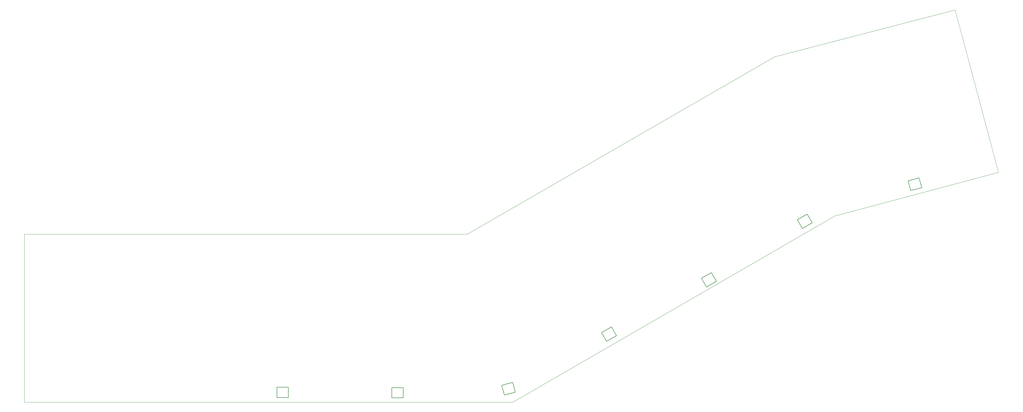
<source format=gbr>
G04 #@! TF.GenerationSoftware,KiCad,Pcbnew,(5.1.5)-3*
G04 #@! TF.CreationDate,2020-03-28T17:37:08+01:00*
G04 #@! TF.ProjectId,kopesh,6b6f7065-7368-42e6-9b69-6361645f7063,rev?*
G04 #@! TF.SameCoordinates,Original*
G04 #@! TF.FileFunction,Profile,NP*
%FSLAX46Y46*%
G04 Gerber Fmt 4.6, Leading zero omitted, Abs format (unit mm)*
G04 Created by KiCad (PCBNEW (5.1.5)-3) date 2020-03-28 17:37:08*
%MOMM*%
%LPD*%
G04 APERTURE LIST*
%ADD10C,0.050000*%
%ADD11C,0.150000*%
G04 APERTURE END LIST*
D10*
X375136651Y-106420121D02*
X360606650Y-52170125D01*
X320476648Y-121060124D02*
X375136651Y-106420121D01*
X212926648Y-183250129D02*
X320476648Y-121060124D01*
X49936648Y-183250121D02*
X212926648Y-183250129D01*
X49926648Y-127100116D02*
X49936648Y-183250121D01*
X197736650Y-127090122D02*
X49926648Y-127100116D01*
X300336652Y-67850125D02*
X197736650Y-127090122D01*
X360606650Y-52170125D02*
X300336652Y-67850125D01*
D11*
X138016660Y-181690112D02*
X138016660Y-178290112D01*
X134216660Y-178290112D02*
X138016660Y-178290112D01*
X134216660Y-181690112D02*
X134216660Y-178290112D01*
X134216660Y-181690112D02*
X138016660Y-181690112D01*
X280930800Y-142903522D02*
X279230800Y-139959036D01*
X275939904Y-141859036D02*
X279230800Y-139959036D01*
X277639904Y-144803522D02*
X275939904Y-141859036D01*
X277639904Y-144803522D02*
X280930800Y-142903522D01*
X349502947Y-111607008D02*
X348622962Y-108322860D01*
X344952444Y-109306372D02*
X348622962Y-108322860D01*
X345832429Y-112590520D02*
X344952444Y-109306372D01*
X345832429Y-112590520D02*
X349502947Y-111607008D01*
X312952272Y-123340873D02*
X311252272Y-120396387D01*
X307961376Y-122296387D02*
X311252272Y-120396387D01*
X309661376Y-125240873D02*
X307961376Y-122296387D01*
X309661376Y-125240873D02*
X312952272Y-123340873D01*
X247610771Y-161059874D02*
X245910771Y-158115388D01*
X242619875Y-160015388D02*
X245910771Y-158115388D01*
X244319875Y-162959874D02*
X242619875Y-160015388D01*
X244319875Y-162959874D02*
X247610771Y-161059874D01*
X213803448Y-179933013D02*
X212923463Y-176648865D01*
X209252945Y-177632377D02*
X212923463Y-176648865D01*
X210132930Y-180916525D02*
X209252945Y-177632377D01*
X210132930Y-180916525D02*
X213803448Y-179933013D01*
X176379161Y-181805113D02*
X176379161Y-178405113D01*
X172579161Y-178405113D02*
X176379161Y-178405113D01*
X172579161Y-181805113D02*
X172579161Y-178405113D01*
X172579161Y-181805113D02*
X176379161Y-181805113D01*
M02*

</source>
